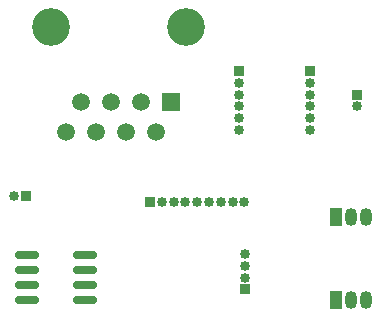
<source format=gbr>
%TF.GenerationSoftware,KiCad,Pcbnew,8.0.7*%
%TF.CreationDate,2025-01-04T17:01:37+01:00*%
%TF.ProjectId,btrail-powerboard,62747261-696c-42d7-906f-776572626f61,rev?*%
%TF.SameCoordinates,Original*%
%TF.FileFunction,Soldermask,Top*%
%TF.FilePolarity,Negative*%
%FSLAX46Y46*%
G04 Gerber Fmt 4.6, Leading zero omitted, Abs format (unit mm)*
G04 Created by KiCad (PCBNEW 8.0.7) date 2025-01-04 17:01:37*
%MOMM*%
%LPD*%
G01*
G04 APERTURE LIST*
G04 Aperture macros list*
%AMRoundRect*
0 Rectangle with rounded corners*
0 $1 Rounding radius*
0 $2 $3 $4 $5 $6 $7 $8 $9 X,Y pos of 4 corners*
0 Add a 4 corners polygon primitive as box body*
4,1,4,$2,$3,$4,$5,$6,$7,$8,$9,$2,$3,0*
0 Add four circle primitives for the rounded corners*
1,1,$1+$1,$2,$3*
1,1,$1+$1,$4,$5*
1,1,$1+$1,$6,$7*
1,1,$1+$1,$8,$9*
0 Add four rect primitives between the rounded corners*
20,1,$1+$1,$2,$3,$4,$5,0*
20,1,$1+$1,$4,$5,$6,$7,0*
20,1,$1+$1,$6,$7,$8,$9,0*
20,1,$1+$1,$8,$9,$2,$3,0*%
G04 Aperture macros list end*
%ADD10RoundRect,0.150000X0.825000X0.150000X-0.825000X0.150000X-0.825000X-0.150000X0.825000X-0.150000X0*%
%ADD11R,1.050000X1.500000*%
%ADD12O,1.050000X1.500000*%
%ADD13O,0.850000X0.850000*%
%ADD14R,0.850000X0.850000*%
%ADD15C,3.200000*%
%ADD16R,1.500000X1.500000*%
%ADD17C,1.500000*%
G04 APERTURE END LIST*
D10*
%TO.C,U2*%
X194025000Y-47405000D03*
X194025000Y-46135000D03*
X194025000Y-44865000D03*
X194025000Y-43595000D03*
X198975000Y-43595000D03*
X198975000Y-44865000D03*
X198975000Y-46135000D03*
X198975000Y-47405000D03*
%TD*%
D11*
%TO.C,Q2*%
X220230000Y-47360000D03*
D12*
X221500000Y-47360000D03*
X222770000Y-47360000D03*
%TD*%
D11*
%TO.C,Q1*%
X220230000Y-40360000D03*
D12*
X221500000Y-40360000D03*
X222770000Y-40360000D03*
%TD*%
D13*
%TO.C,PWR*%
X192975000Y-38595000D03*
D14*
X193975000Y-38595000D03*
%TD*%
%TO.C,Motor*%
X222000000Y-30000000D03*
D13*
X222000000Y-31000000D03*
%TD*%
%TO.C,LEDs*%
X212500000Y-43500000D03*
X212500000Y-44500000D03*
X212500000Y-45500000D03*
D14*
X212500000Y-46500000D03*
%TD*%
D15*
%TO.C,J1*%
X207552500Y-24250000D03*
X196122500Y-24250000D03*
D16*
X206282500Y-30600000D03*
D17*
X205012500Y-33140000D03*
X203742500Y-30600000D03*
X202472500Y-33140000D03*
X201202500Y-30600000D03*
X199932500Y-33140000D03*
X198662500Y-30600000D03*
X197392500Y-33140000D03*
%TD*%
D13*
%TO.C,ESP32_jack1*%
X212475000Y-39095000D03*
X211475000Y-39095000D03*
X210475000Y-39095000D03*
X209475000Y-39095000D03*
X208475000Y-39095000D03*
X207475000Y-39095000D03*
X206475000Y-39095000D03*
X205475000Y-39095000D03*
D14*
X204475000Y-39095000D03*
%TD*%
%TO.C,DRV_r*%
X218000000Y-28000000D03*
D13*
X218000000Y-29000000D03*
X218000000Y-30000000D03*
X218000000Y-31000000D03*
X218000000Y-32000000D03*
X218000000Y-33000000D03*
%TD*%
D14*
%TO.C,DRV_l*%
X212000000Y-28000000D03*
D13*
X212000000Y-29000000D03*
X212000000Y-30000000D03*
X212000000Y-31000000D03*
X212000000Y-32000000D03*
X212000000Y-33000000D03*
%TD*%
M02*

</source>
